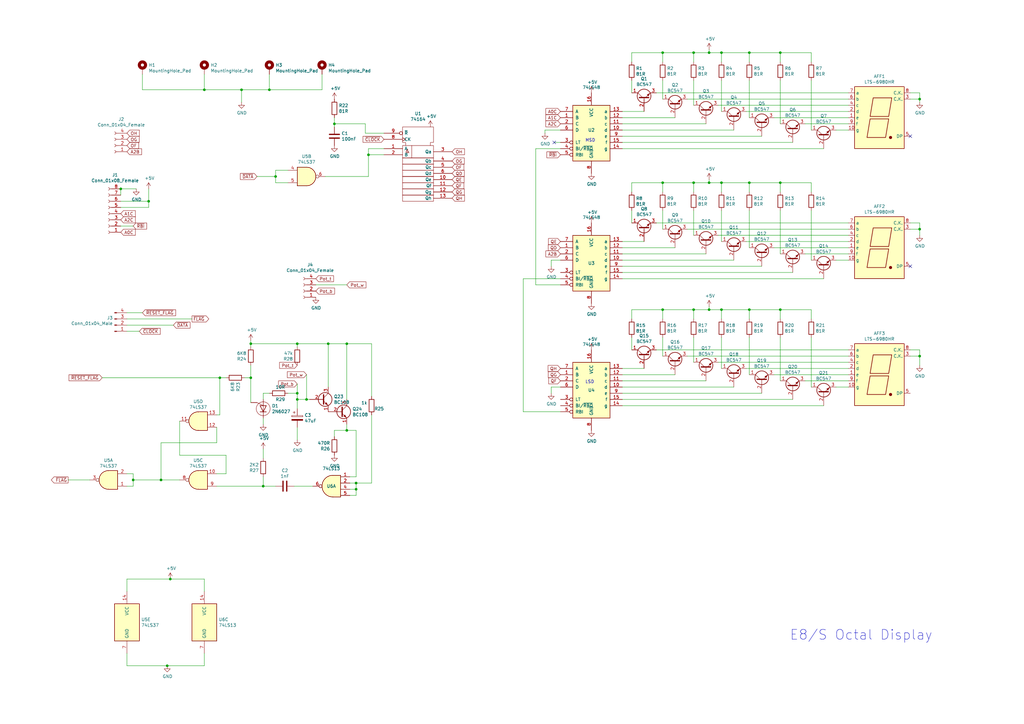
<source format=kicad_sch>
(kicad_sch (version 20211123) (generator eeschema)
  (paper "A3")
  (junction (at 102.87 140.97))
  (junction (at 295.91 74.93))
  (junction (at 121.92 140.97))
  (junction (at 271.78 21.59))
  (junction (at 320.04 21.59))
  (junction (at 284.48 74.93))
  (junction (at 69.85 237.49))
  (junction (at 307.34 74.93))
  (junction (at 290.83 21.59))
  (junction (at 271.78 74.93))
  (junction (at 271.78 127))
  (junction (at 377.19 93.98))
  (junction (at 113.03 72.39))
  (junction (at 295.91 21.59))
  (junction (at 295.91 127))
  (junction (at 107.95 199.39))
  (junction (at 146.05 200.66))
  (junction (at 146.05 198.12))
  (junction (at 99.06 36.83))
  (junction (at 320.04 127))
  (junction (at 83.82 36.83))
  (junction (at 307.34 127))
  (junction (at 284.48 127))
  (junction (at 151.13 63.5))
  (junction (at 125.73 163.83))
  (junction (at 66.04 196.85))
  (junction (at 142.24 176.53))
  (junction (at 137.16 50.8))
  (junction (at 290.83 127))
  (junction (at 60.96 82.55))
  (junction (at 307.34 21.59))
  (junction (at 377.19 146.05))
  (junction (at 90.17 154.94))
  (junction (at 121.92 163.83))
  (junction (at 142.24 140.97))
  (junction (at 49.53 77.47))
  (junction (at 121.92 161.29))
  (junction (at 290.83 74.93))
  (junction (at 284.48 21.59))
  (junction (at 102.87 154.94))
  (junction (at 320.04 74.93))
  (junction (at 134.62 140.97))
  (junction (at 377.19 40.64))
  (junction (at 110.49 36.83))
  (junction (at 68.58 273.05))
  (junction (at 54.61 196.85))
  (no_connect (at 373.38 109.22))
  (no_connect (at 227.33 58.42))
  (no_connect (at 373.38 55.88))
  (wire (pts (xy 307.34 130.81) (xy 307.34 127)))
  (wire (pts (xy 66.04 181.61) (xy 88.9 181.61)))
  (wire (pts (xy 54.61 92.71) (xy 49.53 92.71)))
  (wire (pts (xy 129.54 116.84) (xy 142.24 116.84)))
  (wire (pts (xy 229.87 58.42) (xy 227.33 58.42)))
  (wire (pts (xy 226.06 106.68) (xy 226.06 109.22)))
  (wire (pts (xy 226.06 158.75) (xy 226.06 161.29)))
  (wire (pts (xy 295.91 74.93) (xy 307.34 74.93)))
  (wire (pts (xy 137.16 179.07) (xy 137.16 176.53)))
  (wire (pts (xy 255.27 114.3) (xy 337.82 114.3)))
  (wire (pts (xy 373.38 146.05) (xy 377.19 146.05)))
  (wire (pts (xy 83.82 237.49) (xy 69.85 237.49)))
  (wire (pts (xy 307.34 48.26) (xy 307.34 33.02)))
  (wire (pts (xy 223.52 53.34) (xy 223.52 54.61)))
  (wire (pts (xy 121.92 163.83) (xy 121.92 167.64)))
  (wire (pts (xy 146.05 203.2) (xy 146.05 200.66)))
  (wire (pts (xy 330.2 50.8) (xy 347.98 50.8)))
  (wire (pts (xy 143.51 195.58) (xy 146.05 195.58)))
  (wire (pts (xy 83.82 242.57) (xy 83.82 237.49)))
  (wire (pts (xy 113.03 69.85) (xy 113.03 72.39)))
  (wire (pts (xy 107.95 195.58) (xy 107.95 199.39)))
  (wire (pts (xy 255.27 104.14) (xy 289.56 104.14)))
  (wire (pts (xy 317.5 101.6) (xy 347.98 101.6)))
  (wire (pts (xy 259.08 33.02) (xy 259.08 38.1)))
  (wire (pts (xy 121.92 142.24) (xy 121.92 140.97)))
  (wire (pts (xy 214.63 114.3) (xy 214.63 168.91)))
  (wire (pts (xy 142.24 173.99) (xy 142.24 176.53)))
  (wire (pts (xy 271.78 127) (xy 271.78 130.81)))
  (wire (pts (xy 73.66 186.69) (xy 73.66 172.72)))
  (wire (pts (xy 54.61 199.39) (xy 52.07 199.39)))
  (wire (pts (xy 83.82 273.05) (xy 83.82 267.97)))
  (wire (pts (xy 66.04 196.85) (xy 54.61 196.85)))
  (wire (pts (xy 157.48 60.96) (xy 151.13 60.96)))
  (wire (pts (xy 377.19 40.64) (xy 377.19 41.91)))
  (wire (pts (xy 229.87 158.75) (xy 226.06 158.75)))
  (wire (pts (xy 146.05 200.66) (xy 146.05 198.12)))
  (wire (pts (xy 306.07 151.13) (xy 347.98 151.13)))
  (wire (pts (xy 320.04 127) (xy 332.74 127)))
  (wire (pts (xy 255.27 55.88) (xy 312.42 55.88)))
  (wire (pts (xy 107.95 187.96) (xy 107.95 184.15)))
  (wire (pts (xy 229.87 106.68) (xy 226.06 106.68)))
  (wire (pts (xy 320.04 156.21) (xy 320.04 138.43)))
  (wire (pts (xy 284.48 127) (xy 290.83 127)))
  (wire (pts (xy 54.61 194.31) (xy 54.61 196.85)))
  (wire (pts (xy 99.06 36.83) (xy 99.06 41.91)))
  (wire (pts (xy 52.07 130.81) (xy 78.74 130.81)))
  (wire (pts (xy 377.19 38.1) (xy 373.38 38.1)))
  (wire (pts (xy 110.49 161.29) (xy 107.95 161.29)))
  (wire (pts (xy 259.08 127) (xy 271.78 127)))
  (wire (pts (xy 377.19 38.1) (xy 377.19 40.64)))
  (wire (pts (xy 92.71 186.69) (xy 92.71 194.31)))
  (wire (pts (xy 290.83 20.32) (xy 290.83 21.59)))
  (wire (pts (xy 83.82 30.48) (xy 83.82 36.83)))
  (wire (pts (xy 269.24 38.1) (xy 347.98 38.1)))
  (wire (pts (xy 342.9 106.68) (xy 347.98 106.68)))
  (wire (pts (xy 307.34 153.67) (xy 307.34 138.43)))
  (wire (pts (xy 332.74 106.68) (xy 332.74 86.36)))
  (wire (pts (xy 146.05 198.12) (xy 143.51 198.12)))
  (wire (pts (xy 290.83 73.66) (xy 290.83 74.93)))
  (wire (pts (xy 132.08 30.48) (xy 132.08 36.83)))
  (wire (pts (xy 113.03 74.93) (xy 118.11 74.93)))
  (wire (pts (xy 332.74 21.59) (xy 332.74 25.4)))
  (wire (pts (xy 54.61 196.85) (xy 54.61 199.39)))
  (wire (pts (xy 290.83 21.59) (xy 295.91 21.59)))
  (wire (pts (xy 134.62 140.97) (xy 121.92 140.97)))
  (wire (pts (xy 347.98 148.59) (xy 294.64 148.59)))
  (wire (pts (xy 295.91 21.59) (xy 307.34 21.59)))
  (wire (pts (xy 52.07 135.89) (xy 57.15 135.89)))
  (wire (pts (xy 83.82 36.83) (xy 58.42 36.83)))
  (wire (pts (xy 295.91 151.13) (xy 295.91 138.43)))
  (wire (pts (xy 342.9 158.75) (xy 347.98 158.75)))
  (wire (pts (xy 102.87 154.94) (xy 100.33 154.94)))
  (wire (pts (xy 113.03 199.39) (xy 107.95 199.39)))
  (wire (pts (xy 264.16 151.13) (xy 255.27 151.13)))
  (wire (pts (xy 255.27 156.21) (xy 289.56 156.21)))
  (wire (pts (xy 60.96 82.55) (xy 60.96 77.47)))
  (wire (pts (xy 330.2 156.21) (xy 347.98 156.21)))
  (wire (pts (xy 377.19 96.52) (xy 377.19 93.98)))
  (wire (pts (xy 52.07 194.31) (xy 54.61 194.31)))
  (wire (pts (xy 92.71 154.94) (xy 90.17 154.94)))
  (wire (pts (xy 255.27 53.34) (xy 300.99 53.34)))
  (wire (pts (xy 142.24 140.97) (xy 134.62 140.97)))
  (wire (pts (xy 281.94 93.98) (xy 347.98 93.98)))
  (wire (pts (xy 332.74 74.93) (xy 332.74 78.74)))
  (wire (pts (xy 128.27 199.39) (xy 120.65 199.39)))
  (wire (pts (xy 373.38 93.98) (xy 377.19 93.98)))
  (wire (pts (xy 320.04 78.74) (xy 320.04 74.93)))
  (wire (pts (xy 149.86 50.8) (xy 149.86 54.61)))
  (wire (pts (xy 137.16 50.8) (xy 137.16 52.07)))
  (wire (pts (xy 306.07 99.06) (xy 347.98 99.06)))
  (wire (pts (xy 377.19 143.51) (xy 377.19 146.05)))
  (wire (pts (xy 121.92 157.48) (xy 121.92 161.29)))
  (wire (pts (xy 255.27 106.68) (xy 300.99 106.68)))
  (wire (pts (xy 320.04 25.4) (xy 320.04 21.59)))
  (wire (pts (xy 271.78 127) (xy 284.48 127)))
  (wire (pts (xy 290.83 125.73) (xy 290.83 127)))
  (wire (pts (xy 52.07 237.49) (xy 52.07 242.57)))
  (wire (pts (xy 259.08 138.43) (xy 259.08 143.51)))
  (wire (pts (xy 271.78 40.64) (xy 271.78 33.02)))
  (wire (pts (xy 92.71 186.69) (xy 73.66 186.69)))
  (wire (pts (xy 41.91 154.94) (xy 90.17 154.94)))
  (wire (pts (xy 281.94 146.05) (xy 347.98 146.05)))
  (wire (pts (xy 377.19 146.05) (xy 377.19 149.86)))
  (wire (pts (xy 307.34 101.6) (xy 307.34 86.36)))
  (wire (pts (xy 255.27 161.29) (xy 312.42 161.29)))
  (wire (pts (xy 88.9 181.61) (xy 88.9 175.26)))
  (wire (pts (xy 373.38 143.51) (xy 377.19 143.51)))
  (wire (pts (xy 143.51 203.2) (xy 146.05 203.2)))
  (wire (pts (xy 102.87 149.86) (xy 102.87 154.94)))
  (wire (pts (xy 52.07 267.97) (xy 52.07 273.05)))
  (wire (pts (xy 88.9 194.31) (xy 92.71 194.31)))
  (wire (pts (xy 88.9 170.18) (xy 90.17 170.18)))
  (wire (pts (xy 307.34 78.74) (xy 307.34 74.93)))
  (wire (pts (xy 290.83 127) (xy 295.91 127)))
  (wire (pts (xy 373.38 91.44) (xy 377.19 91.44)))
  (wire (pts (xy 255.27 109.22) (xy 312.42 109.22)))
  (wire (pts (xy 295.91 130.81) (xy 295.91 127)))
  (wire (pts (xy 121.92 140.97) (xy 102.87 140.97)))
  (wire (pts (xy 66.04 196.85) (xy 66.04 181.61)))
  (wire (pts (xy 259.08 78.74) (xy 259.08 74.93)))
  (wire (pts (xy 219.71 116.84) (xy 219.71 60.96)))
  (wire (pts (xy 332.74 127) (xy 332.74 130.81)))
  (wire (pts (xy 143.51 200.66) (xy 146.05 200.66)))
  (wire (pts (xy 373.38 40.64) (xy 377.19 40.64)))
  (wire (pts (xy 73.66 196.85) (xy 66.04 196.85)))
  (wire (pts (xy 255.27 101.6) (xy 276.86 101.6)))
  (wire (pts (xy 151.13 60.96) (xy 151.13 63.5)))
  (wire (pts (xy 151.13 63.5) (xy 151.13 72.39)))
  (wire (pts (xy 151.13 72.39) (xy 133.35 72.39)))
  (wire (pts (xy 264.16 45.72) (xy 255.27 45.72)))
  (wire (pts (xy 255.27 163.83) (xy 325.12 163.83)))
  (wire (pts (xy 295.91 127) (xy 307.34 127)))
  (wire (pts (xy 214.63 168.91) (xy 229.87 168.91)))
  (wire (pts (xy 306.07 45.72) (xy 347.98 45.72)))
  (wire (pts (xy 332.74 158.75) (xy 332.74 138.43)))
  (wire (pts (xy 259.08 21.59) (xy 271.78 21.59)))
  (wire (pts (xy 255.27 48.26) (xy 276.86 48.26)))
  (wire (pts (xy 255.27 111.76) (xy 325.12 111.76)))
  (wire (pts (xy 317.5 48.26) (xy 347.98 48.26)))
  (wire (pts (xy 320.04 104.14) (xy 320.04 86.36)))
  (wire (pts (xy 132.08 36.83) (xy 110.49 36.83)))
  (wire (pts (xy 68.58 273.05) (xy 83.82 273.05)))
  (wire (pts (xy 332.74 53.34) (xy 332.74 33.02)))
  (wire (pts (xy 255.27 166.37) (xy 337.82 166.37)))
  (wire (pts (xy 152.4 198.12) (xy 146.05 198.12)))
  (wire (pts (xy 255.27 60.96) (xy 337.82 60.96)))
  (wire (pts (xy 317.5 153.67) (xy 347.98 153.67)))
  (wire (pts (xy 113.03 72.39) (xy 113.03 74.93)))
  (wire (pts (xy 307.34 127) (xy 320.04 127)))
  (wire (pts (xy 295.91 78.74) (xy 295.91 74.93)))
  (wire (pts (xy 295.91 25.4) (xy 295.91 21.59)))
  (wire (pts (xy 152.4 170.18) (xy 152.4 198.12)))
  (wire (pts (xy 107.95 161.29) (xy 107.95 163.83)))
  (wire (pts (xy 255.27 58.42) (xy 325.12 58.42)))
  (wire (pts (xy 284.48 148.59) (xy 284.48 138.43)))
  (wire (pts (xy 281.94 40.64) (xy 347.98 40.64)))
  (wire (pts (xy 290.83 74.93) (xy 295.91 74.93)))
  (wire (pts (xy 320.04 21.59) (xy 332.74 21.59)))
  (wire (pts (xy 152.4 140.97) (xy 142.24 140.97)))
  (wire (pts (xy 52.07 273.05) (xy 68.58 273.05)))
  (wire (pts (xy 49.53 77.47) (xy 55.88 77.47)))
  (wire (pts (xy 284.48 43.18) (xy 284.48 33.02)))
  (wire (pts (xy 125.73 163.83) (xy 121.92 163.83)))
  (wire (pts (xy 284.48 74.93) (xy 290.83 74.93)))
  (wire (pts (xy 121.92 175.26) (xy 121.92 180.34)))
  (wire (pts (xy 90.17 154.94) (xy 90.17 170.18)))
  (wire (pts (xy 295.91 45.72) (xy 295.91 33.02)))
  (wire (pts (xy 295.91 99.06) (xy 295.91 86.36)))
  (wire (pts (xy 284.48 21.59) (xy 290.83 21.59)))
  (wire (pts (xy 58.42 36.83) (xy 58.42 30.48)))
  (wire (pts (xy 271.78 21.59) (xy 271.78 25.4)))
  (wire (pts (xy 107.95 199.39) (xy 88.9 199.39)))
  (wire (pts (xy 320.04 50.8) (xy 320.04 33.02)))
  (wire (pts (xy 113.03 72.39) (xy 105.41 72.39)))
  (wire (pts (xy 271.78 146.05) (xy 271.78 138.43)))
  (wire (pts (xy 149.86 54.61) (xy 157.48 54.61)))
  (wire (pts (xy 377.19 91.44) (xy 377.19 93.98)))
  (wire (pts (xy 284.48 21.59) (xy 284.48 25.4)))
  (wire (pts (xy 107.95 171.45) (xy 107.95 173.99)))
  (wire (pts (xy 219.71 60.96) (xy 229.87 60.96)))
  (wire (pts (xy 320.04 130.81) (xy 320.04 127)))
  (wire (pts (xy 294.64 43.18) (xy 347.98 43.18)))
  (wire (pts (xy 102.87 154.94) (xy 102.87 165.1)))
  (wire (pts (xy 271.78 74.93) (xy 284.48 74.93)))
  (wire (pts (xy 125.73 153.67) (xy 125.73 163.83)))
  (wire (pts (xy 152.4 162.56) (xy 152.4 140.97)))
  (wire (pts (xy 320.04 74.93) (xy 332.74 74.93)))
  (wire (pts (xy 259.08 25.4) (xy 259.08 21.59)))
  (wire (pts (xy 255.27 153.67) (xy 276.86 153.67)))
  (wire (pts (xy 36.83 196.85) (xy 27.94 196.85)))
  (wire (pts (xy 142.24 176.53) (xy 146.05 176.53)))
  (wire (pts (xy 52.07 133.35) (xy 71.12 133.35)))
  (wire (pts (xy 110.49 36.83) (xy 99.06 36.83)))
  (wire (pts (xy 259.08 86.36) (xy 259.08 91.44)))
  (wire (pts (xy 284.48 74.93) (xy 284.48 78.74)))
  (wire (pts (xy 264.16 99.06) (xy 255.27 99.06)))
  (wire (pts (xy 307.34 74.93) (xy 320.04 74.93)))
  (wire (pts (xy 137.16 48.26) (xy 137.16 50.8)))
  (wire (pts (xy 118.11 69.85) (xy 113.03 69.85)))
  (wire (pts (xy 99.06 36.83) (xy 83.82 36.83)))
  (wire (pts (xy 342.9 53.34) (xy 347.98 53.34)))
  (wire (pts (xy 49.53 82.55) (xy 60.96 82.55)))
  (wire (pts (xy 255.27 158.75) (xy 300.99 158.75)))
  (wire (pts (xy 127 163.83) (xy 125.73 163.83)))
  (wire (pts (xy 347.98 96.52) (xy 294.64 96.52)))
  (wire (pts (xy 118.11 161.29) (xy 121.92 161.29)))
  (wire (pts (xy 271.78 93.98) (xy 271.78 86.36)))
  (wire (pts (xy 330.2 104.14) (xy 347.98 104.14)))
  (wire (pts (xy 137.16 176.53) (xy 142.24 176.53)))
  (wire (pts (xy 142.24 163.83) (xy 142.24 140.97)))
  (wire (pts (xy 60.96 85.09) (xy 60.96 82.55)))
  (wire (pts (xy 102.87 142.24) (xy 102.87 140.97)))
  (wire (pts (xy 137.16 50.8) (xy 149.86 50.8)))
  (wire (pts (xy 146.05 176.53) (xy 146.05 195.58)))
  (wire (pts (xy 284.48 127) (xy 284.48 130.81)))
  (wire (pts (xy 347.98 143.51) (xy 269.24 143.51)))
  (wire (pts (xy 307.34 21.59) (xy 320.04 21.59)))
  (wire (pts (xy 102.87 140.97) (xy 102.87 139.7)))
  (wire (pts (xy 134.62 158.75) (xy 134.62 140.97)))
  (wire (pts (xy 49.53 80.01) (xy 49.53 77.47)))
  (wire (pts (xy 69.85 237.49) (xy 52.07 237.49)))
  (wire (pts (xy 121.92 161.29) (xy 121.92 163.83)))
  (wire (pts (xy 157.48 63.5) (xy 151.13 63.5)))
  (wire (pts (xy 49.53 85.09) (xy 60.96 85.09)))
  (wire (pts (xy 255.27 50.8) (xy 289.56 50.8)))
  (wire (pts (xy 347.98 91.44) (xy 269.24 91.44)))
  (wire (pts (xy 229.87 116.84) (xy 219.71 116.84)))
  (wire (pts (xy 284.48 96.52) (xy 284.48 86.36)))
  (wire (pts (xy 259.08 74.93) (xy 271.78 74.93)))
  (wire (pts (xy 307.34 25.4) (xy 307.34 21.59)))
  (wire (pts (xy 259.08 130.81) (xy 259.08 127)))
  (wire (pts (xy 229.87 114.3) (xy 214.63 114.3)))
  (wire (pts (xy 271.78 21.59) (xy 284.48 21.59)))
  (wire (pts (xy 271.78 74.93) (xy 271.78 78.74)))
  (wire (pts (xy 52.07 128.27) (xy 58.42 128.27)))
  (wire (pts (xy 229.87 53.34) (xy 223.52 53.34)))
  (wire (pts (xy 110.49 30.48) (xy 110.49 36.83)))
  (text "E8/S Octal Display" (at 323.85 262.89 0) (effects (font (size 3.9878 3.9878)) (justify left bottom)))
  (text "LSD" (at 240.03 157.48 0) (effects (font (size 1.27 1.27)) (justify left bottom)))
  (text "MSD" (at 240.03 58.42 0) (effects (font (size 1.27 1.27)) (justify left bottom)))
  (global_label "OH" (shape input) (at 52.07 54.61 0) (property "Intersheet References" "${INTERSHEET_REFS}" (effects hide)))
  (global_label "A2B" (shape input) (at 52.07 62.23 0) (property "Intersheet References" "${INTERSHEET_REFS}" (effects hide)))
  (global_label "Pot_b" (shape input) (at 129.54 119.38 0) (property "Intersheet References" "${INTERSHEET_REFS}" (effects hide)))
  (global_label "QD" (shape input) (at 229.87 101.6 180) (property "Intersheet References" "${INTERSHEET_REFS}" (effects hide)))
  (global_label "Pot_t" (shape input) (at 121.92 149.86 180) (property "Intersheet References" "${INTERSHEET_REFS}" (effects hide)))
  (global_label "OG" (shape input) (at 185.42 66.04 0) (property "Intersheet References" "${INTERSHEET_REFS}" (effects hide)))
  (global_label "A0C" (shape input) (at 49.53 95.25 0) (property "Intersheet References" "${INTERSHEET_REFS}" (effects hide)))
  (global_label "OF" (shape input) (at 185.42 68.58 0) (property "Intersheet References" "${INTERSHEET_REFS}" (effects hide)))
  (global_label "~{FLAG}" (shape output) (at 78.74 130.81 0) (property "Intersheet References" "${INTERSHEET_REFS}" (effects hide)))
  (global_label "QH" (shape input) (at 185.42 81.28 0) (property "Intersheet References" "${INTERSHEET_REFS}" (effects hide)))
  (global_label "Pot_b" (shape input) (at 121.92 157.48 180) (property "Intersheet References" "${INTERSHEET_REFS}" (effects hide)))
  (global_label "~{DATA}" (shape input) (at 71.12 133.35 0) (property "Intersheet References" "${INTERSHEET_REFS}" (effects hide)))
  (global_label "A2C" (shape input) (at 229.87 50.8 180) (property "Intersheet References" "${INTERSHEET_REFS}" (effects hide)))
  (global_label "Pot_w" (shape input) (at 125.73 153.67 180) (property "Intersheet References" "${INTERSHEET_REFS}" (effects hide)))
  (global_label "QH" (shape input) (at 229.87 151.13 180) (property "Intersheet References" "${INTERSHEET_REFS}" (effects hide)))
  (global_label "~{RESET_FLAG}" (shape input) (at 58.42 128.27 0) (property "Intersheet References" "${INTERSHEET_REFS}" (effects hide)))
  (global_label "OH" (shape input) (at 185.42 62.23 0) (property "Intersheet References" "${INTERSHEET_REFS}" (effects hide)))
  (global_label "~{FLAG}" (shape output) (at 27.94 196.85 180) (property "Intersheet References" "${INTERSHEET_REFS}" (effects hide)))
  (global_label "QF" (shape input) (at 229.87 156.21 180) (property "Intersheet References" "${INTERSHEET_REFS}" (effects hide)))
  (global_label "QF" (shape input) (at 185.42 76.2 0) (property "Intersheet References" "${INTERSHEET_REFS}" (effects hide)))
  (global_label "OG" (shape input) (at 52.07 57.15 0) (property "Intersheet References" "${INTERSHEET_REFS}" (effects hide)))
  (global_label "A1C" (shape input) (at 49.53 87.63 0) (property "Intersheet References" "${INTERSHEET_REFS}" (effects hide)))
  (global_label "~{RESET_FLAG}" (shape input) (at 41.91 154.94 180) (property "Intersheet References" "${INTERSHEET_REFS}" (effects hide)))
  (global_label "QG" (shape input) (at 229.87 153.67 180) (property "Intersheet References" "${INTERSHEET_REFS}" (effects hide)))
  (global_label "~{CLOCK}" (shape input) (at 57.15 135.89 0) (property "Intersheet References" "${INTERSHEET_REFS}" (effects hide)))
  (global_label "A2C" (shape input) (at 49.53 90.17 0) (property "Intersheet References" "${INTERSHEET_REFS}" (effects hide)))
  (global_label "QG" (shape input) (at 185.42 78.74 0) (property "Intersheet References" "${INTERSHEET_REFS}" (effects hide)))
  (global_label "OF" (shape input) (at 52.07 59.69 0) (property "Intersheet References" "${INTERSHEET_REFS}" (effects hide)))
  (global_label "Pot_w" (shape input) (at 142.24 116.84 0) (property "Intersheet References" "${INTERSHEET_REFS}" (effects hide)))
  (global_label "~{RBI}" (shape input) (at 54.61 92.71 0) (property "Intersheet References" "${INTERSHEET_REFS}" (effects hide)))
  (global_label "QE" (shape input) (at 185.42 73.66 0) (property "Intersheet References" "${INTERSHEET_REFS}" (effects hide)))
  (global_label "QD" (shape input) (at 185.42 71.12 0) (property "Intersheet References" "${INTERSHEET_REFS}" (effects hide)))
  (global_label "A0C" (shape input) (at 229.87 45.72 180) (property "Intersheet References" "${INTERSHEET_REFS}" (effects hide)))
  (global_label "~{DATA}" (shape input) (at 105.41 72.39 180) (property "Intersheet References" "${INTERSHEET_REFS}" (effects hide)))
  (global_label "Pot_t" (shape input) (at 129.54 114.3 0) (property "Intersheet References" "${INTERSHEET_REFS}" (effects hide)))
  (global_label "A1C" (shape input) (at 229.87 48.26 180) (property "Intersheet References" "${INTERSHEET_REFS}" (effects hide)))
  (global_label "A2B" (shape input) (at 229.87 104.14 180) (property "Intersheet References" "${INTERSHEET_REFS}" (effects hide)))
  (global_label "QE" (shape input) (at 229.87 99.06 180) (property "Intersheet References" "${INTERSHEET_REFS}" (effects hide)))
  (global_label "~{RBI}" (shape input) (at 229.87 63.5 180) (property "Intersheet References" "${INTERSHEET_REFS}" (effects hide)))
  (global_label "~{CLOCK}" (shape input) (at 157.48 57.15 180) (property "Intersheet References" "${INTERSHEET_REFS}" (effects hide)))
  (symbol (lib_id "power:GND") (at 377.19 41.91 0) (unit 1)
    (property "Reference" "#PWR02" (effects hide))
    (property "Value" "GND" (at 377.317 46.3042 0))
  )
  (symbol (lib_id "Device:R") (at 259.08 29.21 0) (unit 1)
    (property "Reference" "R1" (at 260.858 28.0416 0) (effects (justify left)))
    (property "Value" "81R" (at 260.858 30.353 0) (effects (justify left)))
    (property "Footprint" "Resistor_THT:R_Axial_DIN0207_L6.3mm_D2.5mm_P10.16mm_Horizontal" (effects hide))
  )
  (symbol (lib_id "power:+5V") (at 290.83 20.32 0) (unit 1)
    (property "Reference" "#PWR01" (effects hide))
    (property "Value" "+5V" (at 291.211 15.9258 0))
  )
  (symbol (lib_id "power:GND") (at 377.19 96.52 0) (unit 1)
    (property "Reference" "#PWR05" (effects hide))
    (property "Value" "GND" (at 377.317 100.9142 0))
  )
  (symbol (lib_id "power:+5V") (at 290.83 73.66 0) (unit 1)
    (property "Reference" "#PWR03" (effects hide))
    (property "Value" "+5V" (at 291.211 69.2658 0))
  )
  (symbol (lib_id "power:GND") (at 377.19 149.86 0) (unit 1)
    (property "Reference" "#PWR06" (effects hide))
    (property "Value" "GND" (at 377.317 154.2542 0))
  )
  (symbol (lib_id "power:+5V") (at 290.83 125.73 0) (unit 1)
    (property "Reference" "#PWR04" (effects hide))
    (property "Value" "+5V" (at 291.211 121.3358 0))
  )
  (symbol (lib_id "74xx_IEEE:74164") (at 171.45 60.96 0) (unit 1)
    (property "Reference" "U1" (at 171.45 46.5836 0))
    (property "Value" "74164" (at 171.45 48.895 0))
    (property "Footprint" "Package_DIP:DIP-14_W7.62mm_LongPads" (effects hide))
  )
  (symbol (lib_id "Display_Character:LTS-6980HR") (at 360.68 48.26 0) (unit 1)
    (property "Reference" "AFF1" (at 360.68 31.3182 0))
    (property "Value" "LTS-6980HR" (at 360.68 33.6296 0))
    (property "Footprint" "Display_7Segment:7SegmentLED_LTS6760_LTS6780" (effects hide))
    (property "Datasheet" "http://datasheet.octopart.com/LTS-6960HR-Lite-On-datasheet-11803242.pdf" (effects hide))
  )
  (symbol (lib_id "Display_Character:LTS-6980HR") (at 360.68 101.6 0) (unit 1)
    (property "Reference" "AFF2" (at 360.68 84.6582 0))
    (property "Value" "LTS-6980HR" (at 360.68 86.9696 0))
    (property "Footprint" "Display_7Segment:7SegmentLED_LTS6760_LTS6780" (effects hide))
    (property "Datasheet" "http://datasheet.octopart.com/LTS-6960HR-Lite-On-datasheet-11803242.pdf" (effects hide))
  )
  (symbol (lib_id "Display_Character:LTS-6980HR") (at 360.68 153.67 0) (unit 1)
    (property "Reference" "AFF3" (at 360.68 136.7282 0))
    (property "Value" "LTS-6980HR" (at 360.68 139.0396 0))
    (property "Footprint" "Display_7Segment:7SegmentLED_LTS6760_LTS6780" (effects hide))
    (property "Datasheet" "http://datasheet.octopart.com/LTS-6960HR-Lite-On-datasheet-11803242.pdf" (effects hide))
  )
  (symbol (lib_id "74xx:74LS48") (at 242.57 53.34 0) (unit 1)
    (property "Reference" "U2" (at 242.57 53.34 0))
    (property "Value" "74LS48" (at 242.57 35.814 0))
    (property "Footprint" "Package_DIP:DIP-16_W7.62mm" (effects hide))
    (property "Datasheet" "http://www.ti.com/lit/gpn/sn74LS48" (effects hide))
  )
  (symbol (lib_id "Transistor_BJT:BC547") (at 264.16 40.64 90) (unit 1)
    (property "Reference" "Q1" (at 264.16 32.3088 90))
    (property "Value" "BC547" (at 264.16 34.6202 90))
    (property "Footprint" "Package_TO_SOT_THT:TO-92_Inline_Wide" (effects hide))
    (property "Datasheet" "https://www.onsemi.com/pub/Collateral/BC550-D.pdf" (effects hide))
  )
  (symbol (lib_id "Transistor_BJT:BC547") (at 276.86 43.18 90) (unit 1)
    (property "Reference" "Q2" (at 276.86 34.8488 90))
    (property "Value" "BC547" (at 276.86 37.1602 90))
    (property "Footprint" "Package_TO_SOT_THT:TO-92_Inline_Wide" (effects hide))
    (property "Datasheet" "https://www.onsemi.com/pub/Collateral/BC550-D.pdf" (effects hide))
  )
  (symbol (lib_id "Transistor_BJT:BC547") (at 289.56 45.72 90) (unit 1)
    (property "Reference" "Q3" (at 289.56 37.3888 90))
    (property "Value" "BC547" (at 289.56 39.7002 90))
    (property "Footprint" "Package_TO_SOT_THT:TO-92_Inline_Wide" (effects hide))
    (property "Datasheet" "https://www.onsemi.com/pub/Collateral/BC550-D.pdf" (effects hide))
  )
  (symbol (lib_id "Transistor_BJT:BC547") (at 300.99 48.26 90) (unit 1)
    (property "Reference" "Q4" (at 300.99 39.9288 90))
    (property "Value" "BC547" (at 300.99 42.2402 90))
    (property "Footprint" "Package_TO_SOT_THT:TO-92_Inline_Wide" (effects hide))
    (property "Datasheet" "https://www.onsemi.com/pub/Collateral/BC550-D.pdf" (effects hide))
  )
  (symbol (lib_id "Transistor_BJT:BC547") (at 312.42 50.8 90) (unit 1)
    (property "Reference" "Q5" (at 312.42 42.4688 90))
    (property "Value" "BC547" (at 312.42 44.7802 90))
    (property "Footprint" "Package_TO_SOT_THT:TO-92_Inline_Wide" (effects hide))
    (property "Datasheet" "https://www.onsemi.com/pub/Collateral/BC550-D.pdf" (effects hide))
  )
  (symbol (lib_id "Transistor_BJT:BC547") (at 325.12 53.34 90) (unit 1)
    (property "Reference" "Q6" (at 325.12 45.0088 90))
    (property "Value" "BC547" (at 325.12 47.3202 90))
    (property "Footprint" "Package_TO_SOT_THT:TO-92_Inline_Wide" (effects hide))
    (property "Datasheet" "https://www.onsemi.com/pub/Collateral/BC550-D.pdf" (effects hide))
  )
  (symbol (lib_id "Transistor_BJT:BC547") (at 337.82 55.88 90) (unit 1)
    (property "Reference" "Q7" (at 337.82 47.5488 90))
    (property "Value" "BC547" (at 337.82 49.8602 90))
    (property "Footprint" "Package_TO_SOT_THT:TO-92_Inline_Wide" (effects hide))
    (property "Datasheet" "https://www.onsemi.com/pub/Collateral/BC550-D.pdf" (effects hide))
  )
  (symbol (lib_id "Transistor_BJT:BC547") (at 264.16 93.98 90) (unit 1)
    (property "Reference" "Q8" (at 264.16 85.6488 90))
    (property "Value" "BC547" (at 264.16 87.9602 90))
    (property "Footprint" "Package_TO_SOT_THT:TO-92_Inline_Wide" (effects hide))
    (property "Datasheet" "https://www.onsemi.com/pub/Collateral/BC550-D.pdf" (effects hide))
  )
  (symbol (lib_id "Transistor_BJT:BC547") (at 276.86 96.52 90) (unit 1)
    (property "Reference" "Q9" (at 276.86 88.1888 90))
    (property "Value" "BC547" (at 276.86 90.5002 90))
    (property "Footprint" "Package_TO_SOT_THT:TO-92_Inline_Wide" (effects hide))
    (property "Datasheet" "https://www.onsemi.com/pub/Collateral/BC550-D.pdf" (effects hide))
  )
  (symbol (lib_id "Transistor_BJT:BC547") (at 289.56 99.06 90) (unit 1)
    (property "Reference" "Q10" (at 289.56 90.7288 90))
    (property "Value" "BC547" (at 289.56 93.0402 90))
    (property "Footprint" "Package_TO_SOT_THT:TO-92_Inline_Wide" (effects hide))
    (property "Datasheet" "https://www.onsemi.com/pub/Collateral/BC550-D.pdf" (effects hide))
  )
  (symbol (lib_id "Transistor_BJT:BC547") (at 300.99 101.6 90) (unit 1)
    (property "Reference" "Q11" (at 300.99 93.2688 90))
    (property "Value" "BC547" (at 300.99 95.5802 90))
    (property "Footprint" "Package_TO_SOT_THT:TO-92_Inline_Wide" (effects hide))
    (property "Datasheet" "https://www.onsemi.com/pub/Collateral/BC550-D.pdf" (effects hide))
  )
  (symbol (lib_id "Transistor_BJT:BC547") (at 312.42 104.14 90) (unit 1)
    (property "Reference" "Q12" (at 312.42 95.8088 90))
    (property "Value" "BC547" (at 312.42 98.1202 90))
    (property "Footprint" "Package_TO_SOT_THT:TO-92_Inline_Wide" (effects hide))
    (property "Datasheet" "https://www.onsemi.com/pub/Collateral/BC550-D.pdf" (effects hide))
  )
  (symbol (lib_id "Transistor_BJT:BC547") (at 325.12 106.68 90) (unit 1)
    (property "Reference" "Q13" (at 325.12 98.3488 90))
    (property "Value" "BC547" (at 325.12 100.6602 90))
    (property "Footprint" "Package_TO_SOT_THT:TO-92_Inline_Wide" (effects hide))
    (property "Datasheet" "https://www.onsemi.com/pub/Collateral/BC550-D.pdf" (effects hide))
  )
  (symbol (lib_id "Transistor_BJT:BC547") (at 337.82 109.22 90) (unit 1)
    (property "Reference" "Q14" (at 337.82 100.8888 90))
    (property "Value" "BC547" (at 337.82 103.2002 90))
    (property "Footprint" "Package_TO_SOT_THT:TO-92_Inline_Wide" (effects hide))
    (property "Datasheet" "https://www.onsemi.com/pub/Collateral/BC550-D.pdf" (effects hide))
  )
  (symbol (lib_id "Transistor_BJT:BC547") (at 264.16 146.05 90) (unit 1)
    (property "Reference" "Q15" (at 264.16 137.7188 90))
    (property "Value" "BC547" (at 264.16 140.0302 90))
    (property "Footprint" "Package_TO_SOT_THT:TO-92_Inline_Wide" (effects hide))
    (property "Datasheet" "https://www.onsemi.com/pub/Collateral/BC550-D.pdf" (effects hide))
  )
  (symbol (lib_id "Transistor_BJT:BC547") (at 276.86 148.59 90) (unit 1)
    (property "Reference" "Q16" (at 276.86 140.2588 90))
    (property "Value" "BC547" (at 276.86 142.5702 90))
    (property "Footprint" "Package_TO_SOT_THT:TO-92_Inline_Wide" (effects hide))
    (property "Datasheet" "https://www.onsemi.com/pub/Collateral/BC550-D.pdf" (effects hide))
  )
  (symbol (lib_id "Transistor_BJT:BC547") (at 289.56 151.13 90) (unit 1)
    (property "Reference" "Q17" (at 289.56 142.7988 90))
    (property "Value" "BC547" (at 289.56 145.1102 90))
    (property "Footprint" "Package_TO_SOT_THT:TO-92_Inline_Wide" (effects hide))
    (property "Datasheet" "https://www.onsemi.com/pub/Collateral/BC550-D.pdf" (effects hide))
  )
  (symbol (lib_id "Transistor_BJT:BC547") (at 300.99 153.67 90) (unit 1)
    (property "Reference" "Q18" (at 300.99 145.3388 90))
    (property "Value" "BC547" (at 300.99 147.6502 90))
    (property "Footprint" "Package_TO_SOT_THT:TO-92_Inline_Wide" (effects hide))
    (property "Datasheet" "https://www.onsemi.com/pub/Collateral/BC550-D.pdf" (effects hide))
  )
  (symbol (lib_id "Transistor_BJT:BC547") (at 312.42 156.21 90) (unit 1)
    (property "Reference" "Q19" (at 312.42 147.8788 90))
    (property "Value" "BC547" (at 312.42 150.1902 90))
    (property "Footprint" "Package_TO_SOT_THT:TO-92_Inline_Wide" (effects hide))
    (property "Datasheet" "https://www.onsemi.com/pub/Collateral/BC550-D.pdf" (effects hide))
  )
  (symbol (lib_id "Transistor_BJT:BC547") (at 325.12 158.75 90) (unit 1)
    (property "Reference" "Q20" (at 325.12 150.4188 90))
    (property "Value" "BC547" (at 325.12 152.7302 90))
    (property "Footprint" "Package_TO_SOT_THT:TO-92_Inline_Wide" (effects hide))
    (property "Datasheet" "https://www.onsemi.com/pub/Collateral/BC550-D.pdf" (effects hide))
  )
  (symbol (lib_id "Transistor_BJT:BC547") (at 337.82 161.29 90) (unit 1)
    (property "Reference" "Q21" (at 337.82 152.9588 90))
    (property "Value" "BC547" (at 337.82 155.2702 90))
    (property "Footprint" "Package_TO_SOT_THT:TO-92_Inline_Wide" (effects hide))
    (property "Datasheet" "https://www.onsemi.com/pub/Collateral/BC550-D.pdf" (effects hide))
  )
  (symbol (lib_id "Device:R") (at 271.78 29.21 0) (unit 1)
    (property "Reference" "R2" (at 273.558 28.0416 0) (effects (justify left)))
    (property "Value" "81R" (at 273.558 30.353 0) (effects (justify left)))
    (property "Footprint" "Resistor_THT:R_Axial_DIN0207_L6.3mm_D2.5mm_P10.16mm_Horizontal" (effects hide))
  )
  (symbol (lib_id "Device:R") (at 284.48 29.21 0) (unit 1)
    (property "Reference" "R3" (at 286.258 28.0416 0) (effects (justify left)))
    (property "Value" "81R" (at 286.258 30.353 0) (effects (justify left)))
    (property "Footprint" "Resistor_THT:R_Axial_DIN0207_L6.3mm_D2.5mm_P10.16mm_Horizontal" (effects hide))
  )
  (symbol (lib_id "Device:R") (at 295.91 29.21 0) (unit 1)
    (property "Reference" "R4" (at 297.688 28.0416 0) (effects (justify left)))
    (property "Value" "81R" (at 297.688 30.353 0) (effects (justify left)))
    (property "Footprint" "Resistor_THT:R_Axial_DIN0207_L6.3mm_D2.5mm_P10.16mm_Horizontal" (effects hide))
  )
  (symbol (lib_id "Device:R") (at 307.34 29.21 0) (unit 1)
    (property "Reference" "R5" (at 309.118 28.0416 0) (effects (justify left)))
    (property "Value" "81R" (at 309.118 30.353 0) (effects (justify left)))
    (property "Footprint" "Resistor_THT:R_Axial_DIN0207_L6.3mm_D2.5mm_P10.16mm_Horizontal" (effects hide))
  )
  (symbol (lib_id "Device:R") (at 320.04 29.21 0) (unit 1)
    (property "Reference" "R6" (at 321.818 28.0416 0) (effects (justify left)))
    (property "Value" "81R" (at 321.818 30.353 0) (effects (justify left)))
    (property "Footprint" "Resistor_THT:R_Axial_DIN0207_L6.3mm_D2.5mm_P10.16mm_Horizontal" (effects hide))
  )
  (symbol (lib_id "Device:R") (at 332.74 29.21 0) (unit 1)
    (property "Reference" "R7" (at 334.518 28.0416 0) (effects (justify left)))
    (property "Value" "81R" (at 334.518 30.353 0) (effects (justify left)))
    (property "Footprint" "Resistor_THT:R_Axial_DIN0207_L6.3mm_D2.5mm_P10.16mm_Horizontal" (effects hide))
  )
  (symbol (lib_id "Device:R") (at 259.08 82.55 0) (unit 1)
    (property "Reference" "R8" (at 260.858 81.3816 0) (effects (justify left)))
    (property "Value" "81R" (at 260.858 83.693 0) (effects (justify left)))
    (property "Footprint" "Resistor_THT:R_Axial_DIN0207_L6.3mm_D2.5mm_P10.16mm_Horizontal" (effects hide))
  )
  (symbol (lib_id "Device:R") (at 271.78 82.55 0) (unit 1)
    (property "Reference" "R9" (at 273.558 81.3816 0) (effects (justify left)))
    (property "Value" "81R" (at 273.558 83.693 0) (effects (justify left)))
    (property "Footprint" "Resistor_THT:R_Axial_DIN0207_L6.3mm_D2.5mm_P10.16mm_Horizontal" (effects hide))
  )
  (symbol (lib_id "Device:R") (at 284.48 82.55 0) (unit 1)
    (property "Reference" "R10" (at 286.258 81.3816 0) (effects (justify left)))
    (property "Value" "81R" (at 286.258 83.693 0) (effects (justify left)))
    (property "Footprint" "Resistor_THT:R_Axial_DIN0207_L6.3mm_D2.5mm_P10.16mm_Horizontal" (effects hide))
  )
  (symbol (lib_id "Device:R") (at 295.91 82.55 0) (unit 1)
    (property "Reference" "R11" (at 297.688 81.3816 0) (effects (justify left)))
    (property "Value" "81R" (at 297.688 83.693 0) (effects (justify left)))
    (property "Footprint" "Resistor_THT:R_Axial_DIN0207_L6.3mm_D2.5mm_P10.16mm_Horizontal" (effects hide))
  )
  (symbol (lib_id "Device:R") (at 307.34 82.55 0) (unit 1)
    (property "Reference" "R12" (at 309.118 81.3816 0) (effects (justify left)))
    (property "Value" "81R" (at 309.118 83.693 0) (effects (justify left)))
    (property "Footprint" "Resistor_THT:R_Axial_DIN0207_L6.3mm_D2.5mm_P10.16mm_Horizontal" (effects hide))
  )
  (symbol (lib_id "Device:R") (at 320.04 82.55 0) (unit 1)
    (property "Reference" "R13" (at 321.818 81.3816 0) (effects (justify left)))
    (property "Value" "81R" (at 321.818 83.693 0) (effects (justify left)))
    (property "Footprint" "Resistor_THT:R_Axial_DIN0207_L6.3mm_D2.5mm_P10.16mm_Horizontal" (effects hide))
  )
  (symbol (lib_id "Device:R") (at 332.74 82.55 0) (unit 1)
    (property "Reference" "R14" (at 334.518 81.3816 0) (effects (justify left)))
    (property "Value" "81R" (at 334.518 83.693 0) (effects (justify left)))
    (property "Footprint" "Resistor_THT:R_Axial_DIN0207_L6.3mm_D2.5mm_P10.16mm_Horizontal" (effects hide))
  )
  (symbol (lib_id "Device:R") (at 259.08 134.62 0) (unit 1)
    (property "Reference" "R15" (at 260.858 133.4516 0) (effects (justify left)))
    (property "Value" "81R" (at 260.858 135.763 0) (effects (justify left)))
    (property "Footprint" "Resistor_THT:R_Axial_DIN0207_L6.3mm_D2.5mm_P10.16mm_Horizontal" (effects hide))
  )
  (symbol (lib_id "Device:R") (at 271.78 134.62 0) (unit 1)
    (property "Reference" "R16" (at 273.558 133.4516 0) (effects (justify left)))
    (property "Value" "81R" (at 273.558 135.763 0) (effects (justify left)))
    (property "Footprint" "Resistor_THT:R_Axial_DIN0207_L6.3mm_D2.5mm_P10.16mm_Horizontal" (effects hide))
  )
  (symbol (lib_id "Device:R") (at 284.48 134.62 0) (unit 1)
    (property "Reference" "R17" (at 286.258 133.4516 0) (effects (justify left)))
    (property "Value" "81R" (at 286.258 135.763 0) (effects (justify left)))
    (property "Footprint" "Resistor_THT:R_Axial_DIN0207_L6.3mm_D2.5mm_P10.16mm_Horizontal" (effects hide))
  )
  (symbol (lib_id "Device:R") (at 295.91 134.62 0) (unit 1)
    (property "Reference" "R18" (at 297.688 133.4516 0) (effects (justify left)))
    (property "Value" "81R" (at 297.688 135.763 0) (effects (justify left)))
    (property "Footprint" "Resistor_THT:R_Axial_DIN0207_L6.3mm_D2.5mm_P10.16mm_Horizontal" (effects hide))
  )
  (symbol (lib_id "Device:R") (at 307.34 134.62 0) (unit 1)
    (property "Reference" "R19" (at 309.118 133.4516 0) (effects (justify left)))
    (property "Value" "81R" (at 309.118 135.763 0) (effects (justify left)))
    (property "Footprint" "Resistor_THT:R_Axial_DIN0207_L6.3mm_D2.5mm_P10.16mm_Horizontal" (effects hide))
  )
  (symbol (lib_id "Device:R") (at 320.04 134.62 0) (unit 1)
    (property "Reference" "R20" (at 321.818 133.4516 0) (effects (justify left)))
    (property "Value" "81R" (at 321.818 135.763 0) (effects (justify left)))
    (property "Footprint" "Resistor_THT:R_Axial_DIN0207_L6.3mm_D2.5mm_P10.16mm_Horizontal" (effects hide))
  )
  (symbol (lib_id "Device:R") (at 332.74 134.62 0) (unit 1)
    (property "Reference" "R21" (at 334.518 133.4516 0) (effects (justify left)))
    (property "Value" "81R" (at 334.518 135.763 0) (effects (justify left)))
    (property "Footprint" "Resistor_THT:R_Axial_DIN0207_L6.3mm_D2.5mm_P10.16mm_Horizontal" (effects hide))
  )
  (symbol (lib_id "74xx:74LS48") (at 242.57 106.68 0) (unit 1)
    (property "Reference" "U3" (at 242.57 107.95 0))
    (property "Value" "74LS48" (at 242.57 89.154 0))
    (property "Footprint" "Package_DIP:DIP-16_W7.62mm" (effects hide))
    (property "Datasheet" "http://www.ti.com/lit/gpn/sn74LS48" (effects hide))
  )
  (symbol (lib_name "74LS48_2") (lib_id "74xx:74LS48") (at 242.57 158.75 0) (unit 1)
    (property "Reference" "U4" (at 242.57 160.02 0))
    (property "Value" "74LS48" (at 242.57 141.224 0))
    (property "Footprint" "Package_DIP:DIP-16_W7.62mm" (effects hide))
    (property "Datasheet" "http://www.ti.com/lit/gpn/sn74LS48" (effects hide))
  )
  (symbol (lib_id "power:+5V") (at 242.57 38.1 0) (unit 1)
    (property "Reference" "#PWR0101" (effects hide))
    (property "Value" "+5V" (at 242.951 33.7058 0))
  )
  (symbol (lib_id "power:+5V") (at 242.57 91.44 0) (unit 1)
    (property "Reference" "#PWR0102" (effects hide))
    (property "Value" "+5V" (at 242.951 87.0458 0))
  )
  (symbol (lib_id "power:+5V") (at 242.57 143.51 0) (unit 1)
    (property "Reference" "#PWR0103" (effects hide))
    (property "Value" "+5V" (at 242.951 139.1158 0))
  )
  (symbol (lib_id "power:GND") (at 242.57 176.53 0) (unit 1)
    (property "Reference" "#PWR0104" (effects hide))
    (property "Value" "GND" (at 242.697 180.9242 0))
  )
  (symbol (lib_id "power:GND") (at 242.57 124.46 0) (unit 1)
    (property "Reference" "#PWR0105" (effects hide))
    (property "Value" "GND" (at 242.697 128.8542 0))
  )
  (symbol (lib_id "power:GND") (at 242.57 71.12 0) (unit 1)
    (property "Reference" "#PWR0106" (effects hide))
    (property "Value" "GND" (at 242.697 75.5142 0))
  )
  (symbol (lib_id "power:GND") (at 226.06 161.29 0) (unit 1)
    (property "Reference" "#PWR0107" (effects hide))
    (property "Value" "GND" (at 226.187 165.6842 0))
  )
  (symbol (lib_id "power:GND") (at 226.06 109.22 0) (unit 1)
    (property "Reference" "#PWR0108" (effects hide))
    (property "Value" "GND" (at 226.187 113.6142 0))
  )
  (symbol (lib_id "power:GND") (at 223.52 54.61 0) (unit 1)
    (property "Reference" "#PWR0109" (effects hide))
    (property "Value" "GND" (at 223.647 59.0042 0))
  )
  (symbol (lib_id "Connector:Conn_01x08_Female") (at 44.45 87.63 180) (unit 1)
    (property "Reference" "J1" (at 47.1932 71.755 0))
    (property "Value" "Conn_01x08_Female" (at 47.1932 74.0664 0))
    (property "Footprint" "Connector_PinSocket_2.54mm:PinSocket_1x08_P2.54mm_Vertical" (effects hide))
  )
  (symbol (lib_id "power:+5V") (at 60.96 77.47 0) (unit 1)
    (property "Reference" "#PWR0110" (effects hide))
    (property "Value" "+5V" (at 61.341 73.0758 0))
  )
  (symbol (lib_id "power:GND") (at 55.88 77.47 0) (unit 1)
    (property "Reference" "#PWR0111" (effects hide))
    (property "Value" "GND" (at 56.007 81.8642 0))
  )
  (symbol (lib_id "Connector:Conn_01x04_Female") (at 46.99 59.69 180) (unit 1)
    (property "Reference" "J2" (at 49.7332 48.895 0))
    (property "Value" "Conn_01x04_Female" (at 49.7332 51.2064 0))
    (property "Footprint" "Connector_PinSocket_2.54mm:PinSocket_1x04_P2.54mm_Vertical" (effects hide))
  )
  (symbol (lib_id "Mechanical:MountingHole_Pad") (at 58.42 27.94 0) (unit 1)
    (property "Reference" "H1" (at 60.96 26.6954 0) (effects (justify left)))
    (property "Value" "MountingHole_Pad" (at 60.96 29.0068 0) (effects (justify left)))
    (property "Footprint" "MountingHole:MountingHole_3.2mm_M3_Pad_Via" (effects hide))
  )
  (symbol (lib_id "Mechanical:MountingHole_Pad") (at 83.82 27.94 0) (unit 1)
    (property "Reference" "H2" (at 86.36 26.6954 0) (effects (justify left)))
    (property "Value" "MountingHole_Pad" (at 86.36 29.0068 0) (effects (justify left)))
    (property "Footprint" "MountingHole:MountingHole_3.2mm_M3_Pad_Via" (effects hide))
  )
  (symbol (lib_id "Mechanical:MountingHole_Pad") (at 110.49 27.94 0) (unit 1)
    (property "Reference" "H3" (at 113.03 26.6954 0) (effects (justify left)))
    (property "Value" "MountingHole_Pad" (at 113.03 29.0068 0) (effects (justify left)))
    (property "Footprint" "MountingHole:MountingHole_3.2mm_M3_Pad_Via" (effects hide))
  )
  (symbol (lib_id "Mechanical:MountingHole_Pad") (at 132.08 27.94 0) (unit 1)
    (property "Reference" "H4" (at 134.62 26.6954 0) (effects (justify left)))
    (property "Value" "MountingHole_Pad" (at 134.62 29.0068 0) (effects (justify left)))
    (property "Footprint" "MountingHole:MountingHole_3.2mm_M3_Pad_Via" (effects hide))
  )
  (symbol (lib_id "power:GND") (at 99.06 41.91 0) (unit 1)
    (property "Reference" "#PWR0112" (effects hide))
    (property "Value" "GND" (at 99.187 46.3042 0))
  )
  (symbol (lib_id "Device:R") (at 137.16 44.45 0) (unit 1)
    (property "Reference" "R22" (at 138.938 43.2816 0) (effects (justify left)))
    (property "Value" "81R" (at 138.938 45.593 0) (effects (justify left)))
    (property "Footprint" "Resistor_THT:R_Axial_DIN0207_L6.3mm_D2.5mm_P10.16mm_Horizontal" (effects hide))
  )
  (symbol (lib_id "Device:C") (at 137.16 55.88 0) (unit 1)
    (property "Reference" "C1" (at 140.081 54.7116 0) (effects (justify left)))
    (property "Value" "100nF" (at 140.081 57.023 0) (effects (justify left)))
    (property "Footprint" "Capacitor_THT:C_Rect_L7.0mm_W2.5mm_P5.00mm" (effects hide))
  )
  (symbol (lib_id "power:GND") (at 137.16 59.69 0) (unit 1)
    (property "Reference" "#PWR0113" (effects hide))
    (property "Value" "GND" (at 137.287 64.0842 0))
  )
  (symbol (lib_id "power:+5V") (at 137.16 40.64 0) (unit 1)
    (property "Reference" "#PWR0114" (effects hide))
    (property "Value" "+5V" (at 137.541 36.2458 0))
  )
  (symbol (lib_id "74xx:74LS37") (at 125.73 72.39 0) (unit 2)
    (property "Reference" "U5" (at 125.73 64.135 0))
    (property "Value" "74LS37" (at 125.73 66.4464 0))
    (property "Footprint" "Package_DIP:DIP-14_W7.62mm" (effects hide))
    (property "Datasheet" "http://www.ti.com/lit/gpn/sn74ls37" (effects hide))
  )
  (symbol (lib_id "power:+5V") (at 176.53 52.07 0) (unit 1)
    (property "Reference" "#PWR0115" (effects hide))
    (property "Value" "+5V" (at 176.911 47.6758 0))
  )
  (symbol (lib_id "74xx:74LS37") (at 52.07 255.27 0) (unit 5)
    (property "Reference" "U5" (at 57.912 254.1016 0) (effects (justify left)))
    (property "Value" "74LS37" (at 57.912 256.413 0) (effects (justify left)))
    (property "Footprint" "Package_DIP:DIP-14_W7.62mm" (effects hide))
    (property "Datasheet" "http://www.ti.com/lit/gpn/sn74ls37" (effects hide))
  )
  (symbol (lib_id "power:+5V") (at 69.85 237.49 0) (unit 1)
    (property "Reference" "#PWR0116" (effects hide))
    (property "Value" "+5V" (at 70.231 233.0958 0))
  )
  (symbol (lib_id "power:GND") (at 68.58 273.05 0) (unit 1)
    (property "Reference" "#PWR0117" (effects hide))
    (property "Value" "GND" (at 68.707 277.4442 0))
  )
  (symbol (lib_id "74xx:74LS37") (at 44.45 196.85 180) (unit 1)
    (property "Reference" "U5" (at 44.45 188.7982 0))
    (property "Value" "74LS37" (at 44.45 191.1096 0))
    (property "Footprint" "Package_DIP:DIP-14_W7.62mm" (effects hide))
    (property "Datasheet" "http://www.ti.com/lit/gpn/sn74ls37" (effects hide))
  )
  (symbol (lib_id "74xx:74LS37") (at 81.28 196.85 180) (unit 3)
    (property "Reference" "U5" (at 81.28 188.7982 0))
    (property "Value" "74LS37" (at 81.28 191.1096 0))
    (property "Footprint" "Package_DIP:DIP-14_W7.62mm" (effects hide))
    (property "Datasheet" "http://www.ti.com/lit/gpn/sn74ls37" (effects hide))
  )
  (symbol (lib_id "74xx:74LS37") (at 81.28 172.72 180) (unit 4)
    (property "Reference" "U5" (at 81.28 164.6682 0))
    (property "Value" "74LS37" (at 81.28 166.9796 0))
    (property "Footprint" "Package_DIP:DIP-14_W7.62mm" (effects hide))
    (property "Datasheet" "http://www.ti.com/lit/gpn/sn74ls37" (effects hide))
  )
  (symbol (lib_id "Device:R") (at 96.52 154.94 270) (unit 1)
    (property "Reference" "R23" (at 97.6884 156.718 0) (effects (justify left)))
    (property "Value" "6K8" (at 95.377 156.718 0) (effects (justify left)))
    (property "Footprint" "Resistor_THT:R_Axial_DIN0207_L6.3mm_D2.5mm_P10.16mm_Horizontal" (effects hide))
  )
  (symbol (lib_id "Device:R") (at 102.87 146.05 180) (unit 1)
    (property "Reference" "R24" (at 101.092 147.2184 0) (effects (justify left)))
    (property "Value" "6K8" (at 101.092 144.907 0) (effects (justify left)))
    (property "Footprint" "Resistor_THT:R_Axial_DIN0207_L6.3mm_D2.5mm_P10.16mm_Horizontal" (effects hide))
  )
  (symbol (lib_id "power:+5V") (at 102.87 139.7 0) (unit 1)
    (property "Reference" "#PWR0118" (effects hide))
    (property "Value" "+5V" (at 103.251 135.3058 0))
  )
  (symbol (lib_id "Device:C") (at 116.84 199.39 270) (unit 1)
    (property "Reference" "C2" (at 116.84 192.9892 90))
    (property "Value" "1nF" (at 116.84 195.3006 90))
    (property "Footprint" "Capacitor_THT:C_Disc_D5.0mm_W2.5mm_P5.00mm" (effects hide))
  )
  (symbol (lib_id "Device:R") (at 107.95 191.77 180) (unit 1)
    (property "Reference" "R27" (at 106.172 192.9384 0) (effects (justify left)))
    (property "Value" "2K2" (at 106.172 190.627 0) (effects (justify left)))
    (property "Footprint" "Resistor_THT:R_Axial_DIN0207_L6.3mm_D2.5mm_P10.16mm_Horizontal" (effects hide))
  )
  (symbol (lib_id "power:+5V") (at 107.95 184.15 0) (unit 1)
    (property "Reference" "#PWR0119" (effects hide))
    (property "Value" "+5V" (at 108.331 179.7558 0))
  )
  (symbol (lib_id "74xx:74LS13") (at 135.89 199.39 0) (mirror y) (unit 1)
    (property "Reference" "U6" (at 135.89 199.39 0))
    (property "Value" "74LS13" (at 135.89 192.1764 0))
    (property "Footprint" "Package_DIP:DIP-14_W7.62mm" (effects hide))
    (property "Datasheet" "http://www.ti.com/lit/gpn/sn74LS13" (effects hide))
  )
  (symbol (lib_id "Device:R") (at 137.16 182.88 180) (unit 1)
    (property "Reference" "R26" (at 135.382 184.0484 0) (effects (justify left)))
    (property "Value" "470R" (at 135.382 181.737 0) (effects (justify left)))
    (property "Footprint" "Resistor_THT:R_Axial_DIN0207_L6.3mm_D2.5mm_P10.16mm_Horizontal" (effects hide))
  )
  (symbol (lib_id "power:GND") (at 137.16 186.69 0) (unit 1)
    (property "Reference" "#PWR0120" (effects hide))
    (property "Value" "GND" (at 137.287 191.0842 0))
  )
  (symbol (lib_id "Device:R") (at 152.4 166.37 180) (unit 1)
    (property "Reference" "R25" (at 157.48 167.64 0) (effects (justify left)))
    (property "Value" "1k" (at 150.622 165.227 0) (effects (justify left)))
    (property "Footprint" "Resistor_THT:R_Axial_DIN0207_L6.3mm_D2.5mm_P10.16mm_Horizontal" (effects hide))
  )
  (symbol (lib_id "74xx:74LS13") (at 83.82 255.27 0) (unit 3)
    (property "Reference" "U6" (at 89.662 254.1016 0) (effects (justify left)))
    (property "Value" "74LS13" (at 89.662 256.413 0) (effects (justify left)))
    (property "Footprint" "Package_DIP:DIP-14_W7.62mm" (effects hide))
    (property "Datasheet" "http://www.ti.com/lit/gpn/sn74LS13" (effects hide))
  )
  (symbol (lib_id "Transistor_BJT:BC108") (at 139.7 168.91 0) (unit 1)
    (property "Reference" "Q24" (at 144.5514 167.7416 0) (effects (justify left)))
    (property "Value" "BC108" (at 144.5514 170.053 0) (effects (justify left)))
    (property "Footprint" "Package_TO_SOT_THT:TO-18-3" (effects hide))
    (property "Datasheet" "http://www.b-kainka.de/Daten/Transistor/BC108.pdf" (effects hide))
  )
  (symbol (lib_id "Transistor_BJT:BC108") (at 132.08 163.83 0) (unit 1)
    (property "Reference" "Q23" (at 136.9314 162.6616 0) (effects (justify left)))
    (property "Value" "BC108" (at 136.9314 164.973 0) (effects (justify left)))
    (property "Footprint" "Package_TO_SOT_THT:TO-18-3" (effects hide))
    (property "Datasheet" "http://www.b-kainka.de/Daten/Transistor/BC108.pdf" (effects hide))
  )
  (symbol (lib_id "Device:R") (at 121.92 146.05 180) (unit 1)
    (property "Reference" "R28" (at 120.142 147.2184 0) (effects (justify left)))
    (property "Value" "47k" (at 120.142 144.907 0) (effects (justify left)))
    (property "Footprint" "Resistor_THT:R_Axial_DIN0207_L6.3mm_D2.5mm_P10.16mm_Horizontal" (effects hide))
  )
  (symbol (lib_id "Octal-display-rescue:CP-Device") (at 121.92 171.45 0) (unit 1)
    (property "Reference" "C3" (at 124.9172 170.2816 0) (effects (justify left)))
    (property "Value" "47uF" (at 124.9172 172.593 0) (effects (justify left)))
    (property "Footprint" "Capacitor_THT:CP_Radial_D5.0mm_P2.50mm" (effects hide))
  )
  (symbol (lib_id "power:GND") (at 121.92 180.34 0) (unit 1)
    (property "Reference" "#PWR0121" (effects hide))
    (property "Value" "GND" (at 122.047 184.7342 0))
  )
  (symbol (lib_id "Octal-display-rescue:2N6027-EDUC-8") (at 107.95 171.45 0) (unit 1)
    (property "Reference" "D1" (at 111.506 166.4716 0) (effects (justify left)))
    (property "Value" "2N6027" (at 111.506 168.783 0) (effects (justify left)))
    (property "Footprint" "Package_TO_SOT_THT:TO-92_Inline_Wide" (effects hide))
  )
  (symbol (lib_id "Device:R") (at 114.3 161.29 270) (unit 1)
    (property "Reference" "R29" (at 113.03 163.83 90) (effects (justify left)))
    (property "Value" "10R" (at 113.03 158.75 90) (effects (justify left)))
    (property "Footprint" "Resistor_THT:R_Axial_DIN0207_L6.3mm_D2.5mm_P10.16mm_Horizontal" (effects hide))
  )
  (symbol (lib_id "power:GND") (at 107.95 173.99 0) (unit 1)
    (property "Reference" "#PWR0122" (effects hide))
    (property "Value" "GND" (at 108.077 178.3842 0))
  )
  (symbol (lib_id "Connector:Conn_01x04_Female") (at 124.46 119.38 180) (unit 1)
    (property "Reference" "J4" (at 127.2032 108.585 0))
    (property "Value" "Conn_01x04_Female" (at 127.2032 110.8964 0))
    (property "Footprint" "Connector_PinSocket_2.54mm:PinSocket_1x04_P2.54mm_Vertical" (effects hide))
  )
  (symbol (lib_id "power:GND") (at 129.54 121.92 0) (unit 1)
    (property "Reference" "#PWR0123" (effects hide))
    (property "Value" "GND" (at 129.667 126.3142 0))
  )
  (symbol (lib_id "Connector:Conn_01x04_Male") (at 46.99 133.35 0) (mirror x) (unit 1)
    (property "Reference" "J3" (at 46.2788 130.3528 0) (effects (justify right)))
    (property "Value" "Conn_01x04_Male" (at 46.2788 132.6642 0) (effects (justify right)))
    (property "Footprint" "Connector_PinHeader_2.54mm:PinHeader_1x04_P2.54mm_Vertical" (effects hide))
  )
)
</source>
